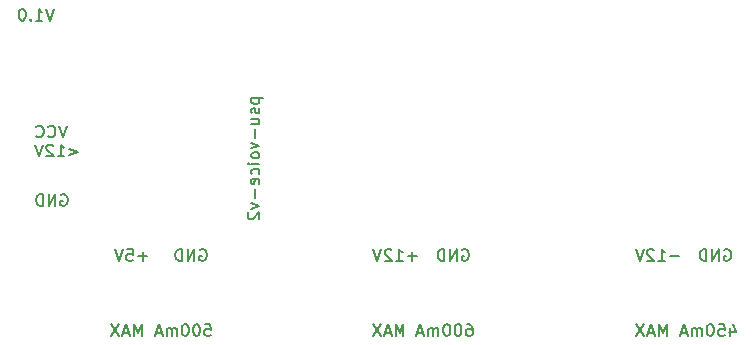
<source format=gbo>
G04 #@! TF.GenerationSoftware,KiCad,Pcbnew,7.0.8*
G04 #@! TF.CreationDate,2023-10-23T09:59:53+02:00*
G04 #@! TF.ProjectId,dual-psu,6475616c-2d70-4737-952e-6b696361645f,rev?*
G04 #@! TF.SameCoordinates,Original*
G04 #@! TF.FileFunction,Legend,Bot*
G04 #@! TF.FilePolarity,Positive*
%FSLAX46Y46*%
G04 Gerber Fmt 4.6, Leading zero omitted, Abs format (unit mm)*
G04 Created by KiCad (PCBNEW 7.0.8) date 2023-10-23 09:59:53*
%MOMM*%
%LPD*%
G01*
G04 APERTURE LIST*
%ADD10C,0.150000*%
%ADD11C,1.152000*%
%ADD12C,3.200000*%
%ADD13R,2.600000X2.600000*%
%ADD14C,2.600000*%
G04 APERTURE END LIST*
D10*
X41426904Y-37708438D02*
X41522142Y-37660819D01*
X41522142Y-37660819D02*
X41664999Y-37660819D01*
X41664999Y-37660819D02*
X41807856Y-37708438D01*
X41807856Y-37708438D02*
X41903094Y-37803676D01*
X41903094Y-37803676D02*
X41950713Y-37898914D01*
X41950713Y-37898914D02*
X41998332Y-38089390D01*
X41998332Y-38089390D02*
X41998332Y-38232247D01*
X41998332Y-38232247D02*
X41950713Y-38422723D01*
X41950713Y-38422723D02*
X41903094Y-38517961D01*
X41903094Y-38517961D02*
X41807856Y-38613200D01*
X41807856Y-38613200D02*
X41664999Y-38660819D01*
X41664999Y-38660819D02*
X41569761Y-38660819D01*
X41569761Y-38660819D02*
X41426904Y-38613200D01*
X41426904Y-38613200D02*
X41379285Y-38565580D01*
X41379285Y-38565580D02*
X41379285Y-38232247D01*
X41379285Y-38232247D02*
X41569761Y-38232247D01*
X40950713Y-38660819D02*
X40950713Y-37660819D01*
X40950713Y-37660819D02*
X40379285Y-38660819D01*
X40379285Y-38660819D02*
X40379285Y-37660819D01*
X39903094Y-38660819D02*
X39903094Y-37660819D01*
X39903094Y-37660819D02*
X39664999Y-37660819D01*
X39664999Y-37660819D02*
X39522142Y-37708438D01*
X39522142Y-37708438D02*
X39426904Y-37803676D01*
X39426904Y-37803676D02*
X39379285Y-37898914D01*
X39379285Y-37898914D02*
X39331666Y-38089390D01*
X39331666Y-38089390D02*
X39331666Y-38232247D01*
X39331666Y-38232247D02*
X39379285Y-38422723D01*
X39379285Y-38422723D02*
X39426904Y-38517961D01*
X39426904Y-38517961D02*
X39522142Y-38613200D01*
X39522142Y-38613200D02*
X39664999Y-38660819D01*
X39664999Y-38660819D02*
X39903094Y-38660819D01*
X36950713Y-38279866D02*
X36188809Y-38279866D01*
X36569761Y-38660819D02*
X36569761Y-37898914D01*
X35236428Y-37660819D02*
X35712618Y-37660819D01*
X35712618Y-37660819D02*
X35760237Y-38137009D01*
X35760237Y-38137009D02*
X35712618Y-38089390D01*
X35712618Y-38089390D02*
X35617380Y-38041771D01*
X35617380Y-38041771D02*
X35379285Y-38041771D01*
X35379285Y-38041771D02*
X35284047Y-38089390D01*
X35284047Y-38089390D02*
X35236428Y-38137009D01*
X35236428Y-38137009D02*
X35188809Y-38232247D01*
X35188809Y-38232247D02*
X35188809Y-38470342D01*
X35188809Y-38470342D02*
X35236428Y-38565580D01*
X35236428Y-38565580D02*
X35284047Y-38613200D01*
X35284047Y-38613200D02*
X35379285Y-38660819D01*
X35379285Y-38660819D02*
X35617380Y-38660819D01*
X35617380Y-38660819D02*
X35712618Y-38613200D01*
X35712618Y-38613200D02*
X35760237Y-38565580D01*
X34903094Y-37660819D02*
X34569761Y-38660819D01*
X34569761Y-38660819D02*
X34236428Y-37660819D01*
X59776904Y-38279866D02*
X59015000Y-38279866D01*
X59395952Y-38660819D02*
X59395952Y-37898914D01*
X58015000Y-38660819D02*
X58586428Y-38660819D01*
X58300714Y-38660819D02*
X58300714Y-37660819D01*
X58300714Y-37660819D02*
X58395952Y-37803676D01*
X58395952Y-37803676D02*
X58491190Y-37898914D01*
X58491190Y-37898914D02*
X58586428Y-37946533D01*
X57634047Y-37756057D02*
X57586428Y-37708438D01*
X57586428Y-37708438D02*
X57491190Y-37660819D01*
X57491190Y-37660819D02*
X57253095Y-37660819D01*
X57253095Y-37660819D02*
X57157857Y-37708438D01*
X57157857Y-37708438D02*
X57110238Y-37756057D01*
X57110238Y-37756057D02*
X57062619Y-37851295D01*
X57062619Y-37851295D02*
X57062619Y-37946533D01*
X57062619Y-37946533D02*
X57110238Y-38089390D01*
X57110238Y-38089390D02*
X57681666Y-38660819D01*
X57681666Y-38660819D02*
X57062619Y-38660819D01*
X56776904Y-37660819D02*
X56443571Y-38660819D01*
X56443571Y-38660819D02*
X56110238Y-37660819D01*
X63626904Y-37708438D02*
X63722142Y-37660819D01*
X63722142Y-37660819D02*
X63864999Y-37660819D01*
X63864999Y-37660819D02*
X64007856Y-37708438D01*
X64007856Y-37708438D02*
X64103094Y-37803676D01*
X64103094Y-37803676D02*
X64150713Y-37898914D01*
X64150713Y-37898914D02*
X64198332Y-38089390D01*
X64198332Y-38089390D02*
X64198332Y-38232247D01*
X64198332Y-38232247D02*
X64150713Y-38422723D01*
X64150713Y-38422723D02*
X64103094Y-38517961D01*
X64103094Y-38517961D02*
X64007856Y-38613200D01*
X64007856Y-38613200D02*
X63864999Y-38660819D01*
X63864999Y-38660819D02*
X63769761Y-38660819D01*
X63769761Y-38660819D02*
X63626904Y-38613200D01*
X63626904Y-38613200D02*
X63579285Y-38565580D01*
X63579285Y-38565580D02*
X63579285Y-38232247D01*
X63579285Y-38232247D02*
X63769761Y-38232247D01*
X63150713Y-38660819D02*
X63150713Y-37660819D01*
X63150713Y-37660819D02*
X62579285Y-38660819D01*
X62579285Y-38660819D02*
X62579285Y-37660819D01*
X62103094Y-38660819D02*
X62103094Y-37660819D01*
X62103094Y-37660819D02*
X61864999Y-37660819D01*
X61864999Y-37660819D02*
X61722142Y-37708438D01*
X61722142Y-37708438D02*
X61626904Y-37803676D01*
X61626904Y-37803676D02*
X61579285Y-37898914D01*
X61579285Y-37898914D02*
X61531666Y-38089390D01*
X61531666Y-38089390D02*
X61531666Y-38232247D01*
X61531666Y-38232247D02*
X61579285Y-38422723D01*
X61579285Y-38422723D02*
X61626904Y-38517961D01*
X61626904Y-38517961D02*
X61722142Y-38613200D01*
X61722142Y-38613200D02*
X61864999Y-38660819D01*
X61864999Y-38660819D02*
X62103094Y-38660819D01*
X85826904Y-37708438D02*
X85922142Y-37660819D01*
X85922142Y-37660819D02*
X86064999Y-37660819D01*
X86064999Y-37660819D02*
X86207856Y-37708438D01*
X86207856Y-37708438D02*
X86303094Y-37803676D01*
X86303094Y-37803676D02*
X86350713Y-37898914D01*
X86350713Y-37898914D02*
X86398332Y-38089390D01*
X86398332Y-38089390D02*
X86398332Y-38232247D01*
X86398332Y-38232247D02*
X86350713Y-38422723D01*
X86350713Y-38422723D02*
X86303094Y-38517961D01*
X86303094Y-38517961D02*
X86207856Y-38613200D01*
X86207856Y-38613200D02*
X86064999Y-38660819D01*
X86064999Y-38660819D02*
X85969761Y-38660819D01*
X85969761Y-38660819D02*
X85826904Y-38613200D01*
X85826904Y-38613200D02*
X85779285Y-38565580D01*
X85779285Y-38565580D02*
X85779285Y-38232247D01*
X85779285Y-38232247D02*
X85969761Y-38232247D01*
X85350713Y-38660819D02*
X85350713Y-37660819D01*
X85350713Y-37660819D02*
X84779285Y-38660819D01*
X84779285Y-38660819D02*
X84779285Y-37660819D01*
X84303094Y-38660819D02*
X84303094Y-37660819D01*
X84303094Y-37660819D02*
X84064999Y-37660819D01*
X84064999Y-37660819D02*
X83922142Y-37708438D01*
X83922142Y-37708438D02*
X83826904Y-37803676D01*
X83826904Y-37803676D02*
X83779285Y-37898914D01*
X83779285Y-37898914D02*
X83731666Y-38089390D01*
X83731666Y-38089390D02*
X83731666Y-38232247D01*
X83731666Y-38232247D02*
X83779285Y-38422723D01*
X83779285Y-38422723D02*
X83826904Y-38517961D01*
X83826904Y-38517961D02*
X83922142Y-38613200D01*
X83922142Y-38613200D02*
X84064999Y-38660819D01*
X84064999Y-38660819D02*
X84303094Y-38660819D01*
X81976904Y-38279866D02*
X81215000Y-38279866D01*
X80215000Y-38660819D02*
X80786428Y-38660819D01*
X80500714Y-38660819D02*
X80500714Y-37660819D01*
X80500714Y-37660819D02*
X80595952Y-37803676D01*
X80595952Y-37803676D02*
X80691190Y-37898914D01*
X80691190Y-37898914D02*
X80786428Y-37946533D01*
X79834047Y-37756057D02*
X79786428Y-37708438D01*
X79786428Y-37708438D02*
X79691190Y-37660819D01*
X79691190Y-37660819D02*
X79453095Y-37660819D01*
X79453095Y-37660819D02*
X79357857Y-37708438D01*
X79357857Y-37708438D02*
X79310238Y-37756057D01*
X79310238Y-37756057D02*
X79262619Y-37851295D01*
X79262619Y-37851295D02*
X79262619Y-37946533D01*
X79262619Y-37946533D02*
X79310238Y-38089390D01*
X79310238Y-38089390D02*
X79881666Y-38660819D01*
X79881666Y-38660819D02*
X79262619Y-38660819D01*
X78976904Y-37660819D02*
X78643571Y-38660819D01*
X78643571Y-38660819D02*
X78310238Y-37660819D01*
X29649398Y-33058438D02*
X29744636Y-33010819D01*
X29744636Y-33010819D02*
X29887493Y-33010819D01*
X29887493Y-33010819D02*
X30030350Y-33058438D01*
X30030350Y-33058438D02*
X30125588Y-33153676D01*
X30125588Y-33153676D02*
X30173207Y-33248914D01*
X30173207Y-33248914D02*
X30220826Y-33439390D01*
X30220826Y-33439390D02*
X30220826Y-33582247D01*
X30220826Y-33582247D02*
X30173207Y-33772723D01*
X30173207Y-33772723D02*
X30125588Y-33867961D01*
X30125588Y-33867961D02*
X30030350Y-33963200D01*
X30030350Y-33963200D02*
X29887493Y-34010819D01*
X29887493Y-34010819D02*
X29792255Y-34010819D01*
X29792255Y-34010819D02*
X29649398Y-33963200D01*
X29649398Y-33963200D02*
X29601779Y-33915580D01*
X29601779Y-33915580D02*
X29601779Y-33582247D01*
X29601779Y-33582247D02*
X29792255Y-33582247D01*
X29173207Y-34010819D02*
X29173207Y-33010819D01*
X29173207Y-33010819D02*
X28601779Y-34010819D01*
X28601779Y-34010819D02*
X28601779Y-33010819D01*
X28125588Y-34010819D02*
X28125588Y-33010819D01*
X28125588Y-33010819D02*
X27887493Y-33010819D01*
X27887493Y-33010819D02*
X27744636Y-33058438D01*
X27744636Y-33058438D02*
X27649398Y-33153676D01*
X27649398Y-33153676D02*
X27601779Y-33248914D01*
X27601779Y-33248914D02*
X27554160Y-33439390D01*
X27554160Y-33439390D02*
X27554160Y-33582247D01*
X27554160Y-33582247D02*
X27601779Y-33772723D01*
X27601779Y-33772723D02*
X27649398Y-33867961D01*
X27649398Y-33867961D02*
X27744636Y-33963200D01*
X27744636Y-33963200D02*
X27887493Y-34010819D01*
X27887493Y-34010819D02*
X28125588Y-34010819D01*
X64029285Y-44010819D02*
X64219761Y-44010819D01*
X64219761Y-44010819D02*
X64314999Y-44058438D01*
X64314999Y-44058438D02*
X64362618Y-44106057D01*
X64362618Y-44106057D02*
X64457856Y-44248914D01*
X64457856Y-44248914D02*
X64505475Y-44439390D01*
X64505475Y-44439390D02*
X64505475Y-44820342D01*
X64505475Y-44820342D02*
X64457856Y-44915580D01*
X64457856Y-44915580D02*
X64410237Y-44963200D01*
X64410237Y-44963200D02*
X64314999Y-45010819D01*
X64314999Y-45010819D02*
X64124523Y-45010819D01*
X64124523Y-45010819D02*
X64029285Y-44963200D01*
X64029285Y-44963200D02*
X63981666Y-44915580D01*
X63981666Y-44915580D02*
X63934047Y-44820342D01*
X63934047Y-44820342D02*
X63934047Y-44582247D01*
X63934047Y-44582247D02*
X63981666Y-44487009D01*
X63981666Y-44487009D02*
X64029285Y-44439390D01*
X64029285Y-44439390D02*
X64124523Y-44391771D01*
X64124523Y-44391771D02*
X64314999Y-44391771D01*
X64314999Y-44391771D02*
X64410237Y-44439390D01*
X64410237Y-44439390D02*
X64457856Y-44487009D01*
X64457856Y-44487009D02*
X64505475Y-44582247D01*
X63314999Y-44010819D02*
X63219761Y-44010819D01*
X63219761Y-44010819D02*
X63124523Y-44058438D01*
X63124523Y-44058438D02*
X63076904Y-44106057D01*
X63076904Y-44106057D02*
X63029285Y-44201295D01*
X63029285Y-44201295D02*
X62981666Y-44391771D01*
X62981666Y-44391771D02*
X62981666Y-44629866D01*
X62981666Y-44629866D02*
X63029285Y-44820342D01*
X63029285Y-44820342D02*
X63076904Y-44915580D01*
X63076904Y-44915580D02*
X63124523Y-44963200D01*
X63124523Y-44963200D02*
X63219761Y-45010819D01*
X63219761Y-45010819D02*
X63314999Y-45010819D01*
X63314999Y-45010819D02*
X63410237Y-44963200D01*
X63410237Y-44963200D02*
X63457856Y-44915580D01*
X63457856Y-44915580D02*
X63505475Y-44820342D01*
X63505475Y-44820342D02*
X63553094Y-44629866D01*
X63553094Y-44629866D02*
X63553094Y-44391771D01*
X63553094Y-44391771D02*
X63505475Y-44201295D01*
X63505475Y-44201295D02*
X63457856Y-44106057D01*
X63457856Y-44106057D02*
X63410237Y-44058438D01*
X63410237Y-44058438D02*
X63314999Y-44010819D01*
X62362618Y-44010819D02*
X62267380Y-44010819D01*
X62267380Y-44010819D02*
X62172142Y-44058438D01*
X62172142Y-44058438D02*
X62124523Y-44106057D01*
X62124523Y-44106057D02*
X62076904Y-44201295D01*
X62076904Y-44201295D02*
X62029285Y-44391771D01*
X62029285Y-44391771D02*
X62029285Y-44629866D01*
X62029285Y-44629866D02*
X62076904Y-44820342D01*
X62076904Y-44820342D02*
X62124523Y-44915580D01*
X62124523Y-44915580D02*
X62172142Y-44963200D01*
X62172142Y-44963200D02*
X62267380Y-45010819D01*
X62267380Y-45010819D02*
X62362618Y-45010819D01*
X62362618Y-45010819D02*
X62457856Y-44963200D01*
X62457856Y-44963200D02*
X62505475Y-44915580D01*
X62505475Y-44915580D02*
X62553094Y-44820342D01*
X62553094Y-44820342D02*
X62600713Y-44629866D01*
X62600713Y-44629866D02*
X62600713Y-44391771D01*
X62600713Y-44391771D02*
X62553094Y-44201295D01*
X62553094Y-44201295D02*
X62505475Y-44106057D01*
X62505475Y-44106057D02*
X62457856Y-44058438D01*
X62457856Y-44058438D02*
X62362618Y-44010819D01*
X61600713Y-45010819D02*
X61600713Y-44344152D01*
X61600713Y-44439390D02*
X61553094Y-44391771D01*
X61553094Y-44391771D02*
X61457856Y-44344152D01*
X61457856Y-44344152D02*
X61314999Y-44344152D01*
X61314999Y-44344152D02*
X61219761Y-44391771D01*
X61219761Y-44391771D02*
X61172142Y-44487009D01*
X61172142Y-44487009D02*
X61172142Y-45010819D01*
X61172142Y-44487009D02*
X61124523Y-44391771D01*
X61124523Y-44391771D02*
X61029285Y-44344152D01*
X61029285Y-44344152D02*
X60886428Y-44344152D01*
X60886428Y-44344152D02*
X60791189Y-44391771D01*
X60791189Y-44391771D02*
X60743570Y-44487009D01*
X60743570Y-44487009D02*
X60743570Y-45010819D01*
X60314999Y-44725104D02*
X59838809Y-44725104D01*
X60410237Y-45010819D02*
X60076904Y-44010819D01*
X60076904Y-44010819D02*
X59743571Y-45010819D01*
X58648332Y-45010819D02*
X58648332Y-44010819D01*
X58648332Y-44010819D02*
X58314999Y-44725104D01*
X58314999Y-44725104D02*
X57981666Y-44010819D01*
X57981666Y-44010819D02*
X57981666Y-45010819D01*
X57553094Y-44725104D02*
X57076904Y-44725104D01*
X57648332Y-45010819D02*
X57314999Y-44010819D01*
X57314999Y-44010819D02*
X56981666Y-45010819D01*
X56743570Y-44010819D02*
X56076904Y-45010819D01*
X56076904Y-44010819D02*
X56743570Y-45010819D01*
X86329285Y-44344152D02*
X86329285Y-45010819D01*
X86567380Y-43963200D02*
X86805475Y-44677485D01*
X86805475Y-44677485D02*
X86186428Y-44677485D01*
X85329285Y-44010819D02*
X85805475Y-44010819D01*
X85805475Y-44010819D02*
X85853094Y-44487009D01*
X85853094Y-44487009D02*
X85805475Y-44439390D01*
X85805475Y-44439390D02*
X85710237Y-44391771D01*
X85710237Y-44391771D02*
X85472142Y-44391771D01*
X85472142Y-44391771D02*
X85376904Y-44439390D01*
X85376904Y-44439390D02*
X85329285Y-44487009D01*
X85329285Y-44487009D02*
X85281666Y-44582247D01*
X85281666Y-44582247D02*
X85281666Y-44820342D01*
X85281666Y-44820342D02*
X85329285Y-44915580D01*
X85329285Y-44915580D02*
X85376904Y-44963200D01*
X85376904Y-44963200D02*
X85472142Y-45010819D01*
X85472142Y-45010819D02*
X85710237Y-45010819D01*
X85710237Y-45010819D02*
X85805475Y-44963200D01*
X85805475Y-44963200D02*
X85853094Y-44915580D01*
X84662618Y-44010819D02*
X84567380Y-44010819D01*
X84567380Y-44010819D02*
X84472142Y-44058438D01*
X84472142Y-44058438D02*
X84424523Y-44106057D01*
X84424523Y-44106057D02*
X84376904Y-44201295D01*
X84376904Y-44201295D02*
X84329285Y-44391771D01*
X84329285Y-44391771D02*
X84329285Y-44629866D01*
X84329285Y-44629866D02*
X84376904Y-44820342D01*
X84376904Y-44820342D02*
X84424523Y-44915580D01*
X84424523Y-44915580D02*
X84472142Y-44963200D01*
X84472142Y-44963200D02*
X84567380Y-45010819D01*
X84567380Y-45010819D02*
X84662618Y-45010819D01*
X84662618Y-45010819D02*
X84757856Y-44963200D01*
X84757856Y-44963200D02*
X84805475Y-44915580D01*
X84805475Y-44915580D02*
X84853094Y-44820342D01*
X84853094Y-44820342D02*
X84900713Y-44629866D01*
X84900713Y-44629866D02*
X84900713Y-44391771D01*
X84900713Y-44391771D02*
X84853094Y-44201295D01*
X84853094Y-44201295D02*
X84805475Y-44106057D01*
X84805475Y-44106057D02*
X84757856Y-44058438D01*
X84757856Y-44058438D02*
X84662618Y-44010819D01*
X83900713Y-45010819D02*
X83900713Y-44344152D01*
X83900713Y-44439390D02*
X83853094Y-44391771D01*
X83853094Y-44391771D02*
X83757856Y-44344152D01*
X83757856Y-44344152D02*
X83614999Y-44344152D01*
X83614999Y-44344152D02*
X83519761Y-44391771D01*
X83519761Y-44391771D02*
X83472142Y-44487009D01*
X83472142Y-44487009D02*
X83472142Y-45010819D01*
X83472142Y-44487009D02*
X83424523Y-44391771D01*
X83424523Y-44391771D02*
X83329285Y-44344152D01*
X83329285Y-44344152D02*
X83186428Y-44344152D01*
X83186428Y-44344152D02*
X83091189Y-44391771D01*
X83091189Y-44391771D02*
X83043570Y-44487009D01*
X83043570Y-44487009D02*
X83043570Y-45010819D01*
X82614999Y-44725104D02*
X82138809Y-44725104D01*
X82710237Y-45010819D02*
X82376904Y-44010819D01*
X82376904Y-44010819D02*
X82043571Y-45010819D01*
X80948332Y-45010819D02*
X80948332Y-44010819D01*
X80948332Y-44010819D02*
X80614999Y-44725104D01*
X80614999Y-44725104D02*
X80281666Y-44010819D01*
X80281666Y-44010819D02*
X80281666Y-45010819D01*
X79853094Y-44725104D02*
X79376904Y-44725104D01*
X79948332Y-45010819D02*
X79614999Y-44010819D01*
X79614999Y-44010819D02*
X79281666Y-45010819D01*
X79043570Y-44010819D02*
X78376904Y-45010819D01*
X78376904Y-44010819D02*
X79043570Y-45010819D01*
X41831666Y-44010819D02*
X42307856Y-44010819D01*
X42307856Y-44010819D02*
X42355475Y-44487009D01*
X42355475Y-44487009D02*
X42307856Y-44439390D01*
X42307856Y-44439390D02*
X42212618Y-44391771D01*
X42212618Y-44391771D02*
X41974523Y-44391771D01*
X41974523Y-44391771D02*
X41879285Y-44439390D01*
X41879285Y-44439390D02*
X41831666Y-44487009D01*
X41831666Y-44487009D02*
X41784047Y-44582247D01*
X41784047Y-44582247D02*
X41784047Y-44820342D01*
X41784047Y-44820342D02*
X41831666Y-44915580D01*
X41831666Y-44915580D02*
X41879285Y-44963200D01*
X41879285Y-44963200D02*
X41974523Y-45010819D01*
X41974523Y-45010819D02*
X42212618Y-45010819D01*
X42212618Y-45010819D02*
X42307856Y-44963200D01*
X42307856Y-44963200D02*
X42355475Y-44915580D01*
X41164999Y-44010819D02*
X41069761Y-44010819D01*
X41069761Y-44010819D02*
X40974523Y-44058438D01*
X40974523Y-44058438D02*
X40926904Y-44106057D01*
X40926904Y-44106057D02*
X40879285Y-44201295D01*
X40879285Y-44201295D02*
X40831666Y-44391771D01*
X40831666Y-44391771D02*
X40831666Y-44629866D01*
X40831666Y-44629866D02*
X40879285Y-44820342D01*
X40879285Y-44820342D02*
X40926904Y-44915580D01*
X40926904Y-44915580D02*
X40974523Y-44963200D01*
X40974523Y-44963200D02*
X41069761Y-45010819D01*
X41069761Y-45010819D02*
X41164999Y-45010819D01*
X41164999Y-45010819D02*
X41260237Y-44963200D01*
X41260237Y-44963200D02*
X41307856Y-44915580D01*
X41307856Y-44915580D02*
X41355475Y-44820342D01*
X41355475Y-44820342D02*
X41403094Y-44629866D01*
X41403094Y-44629866D02*
X41403094Y-44391771D01*
X41403094Y-44391771D02*
X41355475Y-44201295D01*
X41355475Y-44201295D02*
X41307856Y-44106057D01*
X41307856Y-44106057D02*
X41260237Y-44058438D01*
X41260237Y-44058438D02*
X41164999Y-44010819D01*
X40212618Y-44010819D02*
X40117380Y-44010819D01*
X40117380Y-44010819D02*
X40022142Y-44058438D01*
X40022142Y-44058438D02*
X39974523Y-44106057D01*
X39974523Y-44106057D02*
X39926904Y-44201295D01*
X39926904Y-44201295D02*
X39879285Y-44391771D01*
X39879285Y-44391771D02*
X39879285Y-44629866D01*
X39879285Y-44629866D02*
X39926904Y-44820342D01*
X39926904Y-44820342D02*
X39974523Y-44915580D01*
X39974523Y-44915580D02*
X40022142Y-44963200D01*
X40022142Y-44963200D02*
X40117380Y-45010819D01*
X40117380Y-45010819D02*
X40212618Y-45010819D01*
X40212618Y-45010819D02*
X40307856Y-44963200D01*
X40307856Y-44963200D02*
X40355475Y-44915580D01*
X40355475Y-44915580D02*
X40403094Y-44820342D01*
X40403094Y-44820342D02*
X40450713Y-44629866D01*
X40450713Y-44629866D02*
X40450713Y-44391771D01*
X40450713Y-44391771D02*
X40403094Y-44201295D01*
X40403094Y-44201295D02*
X40355475Y-44106057D01*
X40355475Y-44106057D02*
X40307856Y-44058438D01*
X40307856Y-44058438D02*
X40212618Y-44010819D01*
X39450713Y-45010819D02*
X39450713Y-44344152D01*
X39450713Y-44439390D02*
X39403094Y-44391771D01*
X39403094Y-44391771D02*
X39307856Y-44344152D01*
X39307856Y-44344152D02*
X39164999Y-44344152D01*
X39164999Y-44344152D02*
X39069761Y-44391771D01*
X39069761Y-44391771D02*
X39022142Y-44487009D01*
X39022142Y-44487009D02*
X39022142Y-45010819D01*
X39022142Y-44487009D02*
X38974523Y-44391771D01*
X38974523Y-44391771D02*
X38879285Y-44344152D01*
X38879285Y-44344152D02*
X38736428Y-44344152D01*
X38736428Y-44344152D02*
X38641189Y-44391771D01*
X38641189Y-44391771D02*
X38593570Y-44487009D01*
X38593570Y-44487009D02*
X38593570Y-45010819D01*
X38164999Y-44725104D02*
X37688809Y-44725104D01*
X38260237Y-45010819D02*
X37926904Y-44010819D01*
X37926904Y-44010819D02*
X37593571Y-45010819D01*
X36498332Y-45010819D02*
X36498332Y-44010819D01*
X36498332Y-44010819D02*
X36164999Y-44725104D01*
X36164999Y-44725104D02*
X35831666Y-44010819D01*
X35831666Y-44010819D02*
X35831666Y-45010819D01*
X35403094Y-44725104D02*
X34926904Y-44725104D01*
X35498332Y-45010819D02*
X35164999Y-44010819D01*
X35164999Y-44010819D02*
X34831666Y-45010819D01*
X34593570Y-44010819D02*
X33926904Y-45010819D01*
X33926904Y-44010819D02*
X34593570Y-45010819D01*
X30125588Y-27205819D02*
X29792255Y-28205819D01*
X29792255Y-28205819D02*
X29458922Y-27205819D01*
X28554160Y-28110580D02*
X28601779Y-28158200D01*
X28601779Y-28158200D02*
X28744636Y-28205819D01*
X28744636Y-28205819D02*
X28839874Y-28205819D01*
X28839874Y-28205819D02*
X28982731Y-28158200D01*
X28982731Y-28158200D02*
X29077969Y-28062961D01*
X29077969Y-28062961D02*
X29125588Y-27967723D01*
X29125588Y-27967723D02*
X29173207Y-27777247D01*
X29173207Y-27777247D02*
X29173207Y-27634390D01*
X29173207Y-27634390D02*
X29125588Y-27443914D01*
X29125588Y-27443914D02*
X29077969Y-27348676D01*
X29077969Y-27348676D02*
X28982731Y-27253438D01*
X28982731Y-27253438D02*
X28839874Y-27205819D01*
X28839874Y-27205819D02*
X28744636Y-27205819D01*
X28744636Y-27205819D02*
X28601779Y-27253438D01*
X28601779Y-27253438D02*
X28554160Y-27301057D01*
X27554160Y-28110580D02*
X27601779Y-28158200D01*
X27601779Y-28158200D02*
X27744636Y-28205819D01*
X27744636Y-28205819D02*
X27839874Y-28205819D01*
X27839874Y-28205819D02*
X27982731Y-28158200D01*
X27982731Y-28158200D02*
X28077969Y-28062961D01*
X28077969Y-28062961D02*
X28125588Y-27967723D01*
X28125588Y-27967723D02*
X28173207Y-27777247D01*
X28173207Y-27777247D02*
X28173207Y-27634390D01*
X28173207Y-27634390D02*
X28125588Y-27443914D01*
X28125588Y-27443914D02*
X28077969Y-27348676D01*
X28077969Y-27348676D02*
X27982731Y-27253438D01*
X27982731Y-27253438D02*
X27839874Y-27205819D01*
X27839874Y-27205819D02*
X27744636Y-27205819D01*
X27744636Y-27205819D02*
X27601779Y-27253438D01*
X27601779Y-27253438D02*
X27554160Y-27301057D01*
X30363684Y-29149152D02*
X31125588Y-29434866D01*
X31125588Y-29434866D02*
X30363684Y-29720580D01*
X29363684Y-29815819D02*
X29935112Y-29815819D01*
X29649398Y-29815819D02*
X29649398Y-28815819D01*
X29649398Y-28815819D02*
X29744636Y-28958676D01*
X29744636Y-28958676D02*
X29839874Y-29053914D01*
X29839874Y-29053914D02*
X29935112Y-29101533D01*
X28982731Y-28911057D02*
X28935112Y-28863438D01*
X28935112Y-28863438D02*
X28839874Y-28815819D01*
X28839874Y-28815819D02*
X28601779Y-28815819D01*
X28601779Y-28815819D02*
X28506541Y-28863438D01*
X28506541Y-28863438D02*
X28458922Y-28911057D01*
X28458922Y-28911057D02*
X28411303Y-29006295D01*
X28411303Y-29006295D02*
X28411303Y-29101533D01*
X28411303Y-29101533D02*
X28458922Y-29244390D01*
X28458922Y-29244390D02*
X29030350Y-29815819D01*
X29030350Y-29815819D02*
X28411303Y-29815819D01*
X28125588Y-28815819D02*
X27792255Y-29815819D01*
X27792255Y-29815819D02*
X27458922Y-28815819D01*
X29038808Y-17310819D02*
X28705475Y-18310819D01*
X28705475Y-18310819D02*
X28372142Y-17310819D01*
X27514999Y-18310819D02*
X28086427Y-18310819D01*
X27800713Y-18310819D02*
X27800713Y-17310819D01*
X27800713Y-17310819D02*
X27895951Y-17453676D01*
X27895951Y-17453676D02*
X27991189Y-17548914D01*
X27991189Y-17548914D02*
X28086427Y-17596533D01*
X27086427Y-18215580D02*
X27038808Y-18263200D01*
X27038808Y-18263200D02*
X27086427Y-18310819D01*
X27086427Y-18310819D02*
X27134046Y-18263200D01*
X27134046Y-18263200D02*
X27086427Y-18215580D01*
X27086427Y-18215580D02*
X27086427Y-18310819D01*
X26419761Y-17310819D02*
X26324523Y-17310819D01*
X26324523Y-17310819D02*
X26229285Y-17358438D01*
X26229285Y-17358438D02*
X26181666Y-17406057D01*
X26181666Y-17406057D02*
X26134047Y-17501295D01*
X26134047Y-17501295D02*
X26086428Y-17691771D01*
X26086428Y-17691771D02*
X26086428Y-17929866D01*
X26086428Y-17929866D02*
X26134047Y-18120342D01*
X26134047Y-18120342D02*
X26181666Y-18215580D01*
X26181666Y-18215580D02*
X26229285Y-18263200D01*
X26229285Y-18263200D02*
X26324523Y-18310819D01*
X26324523Y-18310819D02*
X26419761Y-18310819D01*
X26419761Y-18310819D02*
X26514999Y-18263200D01*
X26514999Y-18263200D02*
X26562618Y-18215580D01*
X26562618Y-18215580D02*
X26610237Y-18120342D01*
X26610237Y-18120342D02*
X26657856Y-17929866D01*
X26657856Y-17929866D02*
X26657856Y-17691771D01*
X26657856Y-17691771D02*
X26610237Y-17501295D01*
X26610237Y-17501295D02*
X26562618Y-17406057D01*
X26562618Y-17406057D02*
X26514999Y-17358438D01*
X26514999Y-17358438D02*
X26419761Y-17310819D01*
X45781152Y-24894762D02*
X46781152Y-24894762D01*
X45828771Y-24894762D02*
X45781152Y-24990000D01*
X45781152Y-24990000D02*
X45781152Y-25180476D01*
X45781152Y-25180476D02*
X45828771Y-25275714D01*
X45828771Y-25275714D02*
X45876390Y-25323333D01*
X45876390Y-25323333D02*
X45971628Y-25370952D01*
X45971628Y-25370952D02*
X46257342Y-25370952D01*
X46257342Y-25370952D02*
X46352580Y-25323333D01*
X46352580Y-25323333D02*
X46400200Y-25275714D01*
X46400200Y-25275714D02*
X46447819Y-25180476D01*
X46447819Y-25180476D02*
X46447819Y-24990000D01*
X46447819Y-24990000D02*
X46400200Y-24894762D01*
X46400200Y-25751905D02*
X46447819Y-25847143D01*
X46447819Y-25847143D02*
X46447819Y-26037619D01*
X46447819Y-26037619D02*
X46400200Y-26132857D01*
X46400200Y-26132857D02*
X46304961Y-26180476D01*
X46304961Y-26180476D02*
X46257342Y-26180476D01*
X46257342Y-26180476D02*
X46162104Y-26132857D01*
X46162104Y-26132857D02*
X46114485Y-26037619D01*
X46114485Y-26037619D02*
X46114485Y-25894762D01*
X46114485Y-25894762D02*
X46066866Y-25799524D01*
X46066866Y-25799524D02*
X45971628Y-25751905D01*
X45971628Y-25751905D02*
X45924009Y-25751905D01*
X45924009Y-25751905D02*
X45828771Y-25799524D01*
X45828771Y-25799524D02*
X45781152Y-25894762D01*
X45781152Y-25894762D02*
X45781152Y-26037619D01*
X45781152Y-26037619D02*
X45828771Y-26132857D01*
X45781152Y-27037619D02*
X46447819Y-27037619D01*
X45781152Y-26609048D02*
X46304961Y-26609048D01*
X46304961Y-26609048D02*
X46400200Y-26656667D01*
X46400200Y-26656667D02*
X46447819Y-26751905D01*
X46447819Y-26751905D02*
X46447819Y-26894762D01*
X46447819Y-26894762D02*
X46400200Y-26990000D01*
X46400200Y-26990000D02*
X46352580Y-27037619D01*
X46066866Y-27513810D02*
X46066866Y-28275715D01*
X45781152Y-28656667D02*
X46447819Y-28894762D01*
X46447819Y-28894762D02*
X45781152Y-29132857D01*
X46447819Y-29656667D02*
X46400200Y-29561429D01*
X46400200Y-29561429D02*
X46352580Y-29513810D01*
X46352580Y-29513810D02*
X46257342Y-29466191D01*
X46257342Y-29466191D02*
X45971628Y-29466191D01*
X45971628Y-29466191D02*
X45876390Y-29513810D01*
X45876390Y-29513810D02*
X45828771Y-29561429D01*
X45828771Y-29561429D02*
X45781152Y-29656667D01*
X45781152Y-29656667D02*
X45781152Y-29799524D01*
X45781152Y-29799524D02*
X45828771Y-29894762D01*
X45828771Y-29894762D02*
X45876390Y-29942381D01*
X45876390Y-29942381D02*
X45971628Y-29990000D01*
X45971628Y-29990000D02*
X46257342Y-29990000D01*
X46257342Y-29990000D02*
X46352580Y-29942381D01*
X46352580Y-29942381D02*
X46400200Y-29894762D01*
X46400200Y-29894762D02*
X46447819Y-29799524D01*
X46447819Y-29799524D02*
X46447819Y-29656667D01*
X46447819Y-30418572D02*
X45781152Y-30418572D01*
X45447819Y-30418572D02*
X45495438Y-30370953D01*
X45495438Y-30370953D02*
X45543057Y-30418572D01*
X45543057Y-30418572D02*
X45495438Y-30466191D01*
X45495438Y-30466191D02*
X45447819Y-30418572D01*
X45447819Y-30418572D02*
X45543057Y-30418572D01*
X46400200Y-31323333D02*
X46447819Y-31228095D01*
X46447819Y-31228095D02*
X46447819Y-31037619D01*
X46447819Y-31037619D02*
X46400200Y-30942381D01*
X46400200Y-30942381D02*
X46352580Y-30894762D01*
X46352580Y-30894762D02*
X46257342Y-30847143D01*
X46257342Y-30847143D02*
X45971628Y-30847143D01*
X45971628Y-30847143D02*
X45876390Y-30894762D01*
X45876390Y-30894762D02*
X45828771Y-30942381D01*
X45828771Y-30942381D02*
X45781152Y-31037619D01*
X45781152Y-31037619D02*
X45781152Y-31228095D01*
X45781152Y-31228095D02*
X45828771Y-31323333D01*
X46400200Y-32132857D02*
X46447819Y-32037619D01*
X46447819Y-32037619D02*
X46447819Y-31847143D01*
X46447819Y-31847143D02*
X46400200Y-31751905D01*
X46400200Y-31751905D02*
X46304961Y-31704286D01*
X46304961Y-31704286D02*
X45924009Y-31704286D01*
X45924009Y-31704286D02*
X45828771Y-31751905D01*
X45828771Y-31751905D02*
X45781152Y-31847143D01*
X45781152Y-31847143D02*
X45781152Y-32037619D01*
X45781152Y-32037619D02*
X45828771Y-32132857D01*
X45828771Y-32132857D02*
X45924009Y-32180476D01*
X45924009Y-32180476D02*
X46019247Y-32180476D01*
X46019247Y-32180476D02*
X46114485Y-31704286D01*
X46066866Y-32609048D02*
X46066866Y-33370953D01*
X45781152Y-33751905D02*
X46447819Y-33990000D01*
X46447819Y-33990000D02*
X45781152Y-34228095D01*
X45543057Y-34561429D02*
X45495438Y-34609048D01*
X45495438Y-34609048D02*
X45447819Y-34704286D01*
X45447819Y-34704286D02*
X45447819Y-34942381D01*
X45447819Y-34942381D02*
X45495438Y-35037619D01*
X45495438Y-35037619D02*
X45543057Y-35085238D01*
X45543057Y-35085238D02*
X45638295Y-35132857D01*
X45638295Y-35132857D02*
X45733533Y-35132857D01*
X45733533Y-35132857D02*
X45876390Y-35085238D01*
X45876390Y-35085238D02*
X46447819Y-34513810D01*
X46447819Y-34513810D02*
X46447819Y-35132857D01*
%LPC*%
D11*
X24765000Y-20031000D03*
X91015000Y-41431000D03*
D12*
X22565000Y-18556000D03*
X92565000Y-18556000D03*
D13*
X24765000Y-28556000D03*
D14*
X24765000Y-33556000D03*
D13*
X80090000Y-41506000D03*
D14*
X85090000Y-41506000D03*
D12*
X22565000Y-43556000D03*
D13*
X35640000Y-41506000D03*
D14*
X40640000Y-41506000D03*
D13*
X57865000Y-41506000D03*
D14*
X62865000Y-41506000D03*
D12*
X92565000Y-43556000D03*
%LPD*%
M02*

</source>
